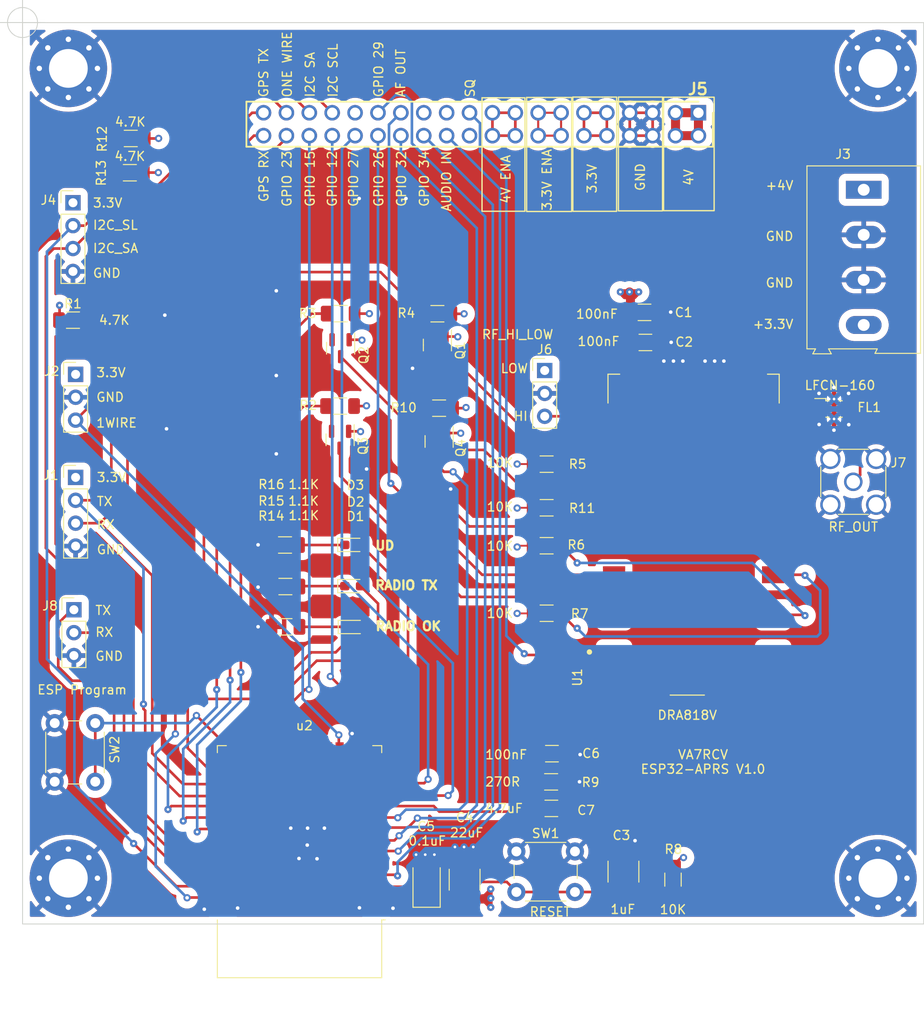
<source format=kicad_pcb>
(kicad_pcb (version 20211014) (generator pcbnew)
  (title_block (title "ESP32 Aprs Tracker") (rev "v1.0.0") (company "Identitylabs.mx"))
  (layers (0 "F.Cu" signal "signals") (1 "In1.Cu" power "gnd") (2 "In2.Cu" power "power") (31 "B.Cu" jumper "jumper") (34 "B.Paste" user) (35 "F.Paste" user) (36 "B.SilkS" user "B.Silkscreen") (37 "F.SilkS" user "F.Silkscreen") (38 "B.Mask" user) (39 "F.Mask" user) (44 "Edge.Cuts" user))
  (net 0 "")
  (net 1 "ESP_ENA")
  (net 2 "AUDIO_IN")
  (net 4 "PTT_LOW")
  (net 5 "FSK_OUT")
  (net 6 "GPIO27")
  (net 7 "ONE_WIRE")
  (net 12 "ESP_PROG")
  (net 14 "GPS_TX")
  (net 15 "GPS_RX")
  (net 16 "RADIO_TX_LOW")
  (net 18 "GND")
  (net 19 "ESP_RX")
  (net 20 "ESP_TX")
  (net 21 "RADIO_ENA_LOW")
  (net 22 "+4V")
  (net 23 "4V_E")
  (net 24 "RADIO_TX_HIGH")
  (net 25 "PTT_HIGH")
  (net 26 "RADIO_ENA_HIGH")
  (net 27 "RADIO_RX_LOW")
  (net 28 "RADIO_RX_HIGH")
  (net 29 "/RF_OUT")
  (net 30 "AF_OUT")
  (net 31 "SQ")
  (net 32 "MIC_IN")
  (net 33 "GPIO34")
  (net 34 "GPIO032")
  (net 35 "GPIO014")
  (net 36 "GPIO012")
  (net 38 "GPIO015")
  (net 39 "GPIO02")
  (net 40 "GPIO04")
  (net 41 "GPIO26")
  (net 42 "/RF_OUT_NO_FILTER")
  (net 43 "GPIO35")
  (net 44 "+3V3_E")
  (net 45 "/RF_HI_ENA")
  (net 47 "+3V3")
  (net 48 "I2C_SA")
  (net 49 "I2C_SCL")
  (net 50 "GPIO23")
  (net 52 "Net-(D1-Pad1)")
  (net 53 "Net-(D2-Pad1)")
  (net 54 "Net-(D3-Pad1)")
  (footprint "Button_Switch_THT:SW_PUSH_6mm_H5mm" (layer "F.Cu") (at 23.565 104.215 90)
    (fp_text reference "SW2")
    (fp_text value "ESP Program")
  )
  (footprint "Capacitor_SMD:C_1206_3216Metric_Pad1.33x1.80mm_HandSolder" (layer "F.Cu") (at 89.1175 55.485)
    (fp_text reference "C2")
    (fp_text value "100nF")
  )
  (footprint "Package_TO_SOT_SMD:SOT-23" (layer "F.Cu") (at 55.295 56.124 -90)
    (fp_text reference "Q2")
    (fp_text value "BSS138" hide)
  )
  (footprint "Resistor_SMD:R_1206_3216Metric_Pad1.30x1.75mm_HandSolder" (layer "F.Cu") (at 32.005 32.855 180)
    (fp_text reference "R12")
    (fp_text value "4.7K")
  )
  (footprint "M20-6102045:RHDR40W66P254_2X20_5146X500X1105P" (layer "F.Cu") (at 95 30 180)
    (fp_text reference "J5")
    (fp_text value "M20-6102045" hide)
  )
  (footprint "Resistor_SMD:R_1206_3216Metric_Pad1.30x1.75mm_HandSolder" (layer "F.Cu") (at 55.235 62.541024 180)
    (fp_text reference "R2")
    (fp_text value "10k")
  )
  (footprint "Capacitor_SMD:C_1812_4532Metric_Pad1.57x3.40mm_HandSolder" (layer "F.Cu") (at 86.679587 114.193213 90)
    (fp_text reference "C3")
    (fp_text value "1uF")
  )
  (footprint "LED_SMD:LED_0603_1608Metric_Pad1.05x0.95mm_HandSolder" (layer "F.Cu") (at 56.685 87.055)
    (fp_text reference "D1")
    (fp_text value "RED_RADIO_OK")
  )
  (footprint "Connector_Coaxial:SMA_Amphenol_132291_Vertical" (layer "F.Cu") (at 112.18637 70.945645)
    (fp_text reference "J7")
    (fp_text value "RF_OUT")
  )
  (footprint "Resistor_SMD:R_1206_3216Metric_Pad1.30x1.75mm_HandSolder" (layer "F.Cu") (at 49.175 87.035 180)
    (fp_text reference "R14")
    (fp_text value "1.1K")
  )
  (footprint "Capacitor_SMD:C_1812_4532Metric_Pad1.57x3.40mm_HandSolder" (layer "F.Cu") (at 69.055 115.0875 90)
    (fp_text reference "C4")
    (fp_text value "0.1uF")
  )
  (footprint "Resistor_SMD:R_1206_3216Metric_Pad1.30x1.75mm_HandSolder" (layer "F.Cu") (at 66.035 52.2975 180)
    (fp_text reference "R4")
    (fp_text value "10k")
  )
  (footprint "Package_TO_SOT_SMD:SOT-23" (layer "F.Cu") (at 66.225 66.47 -90)
    (fp_text reference "Q4")
    (fp_text value "BSS138" hide)
  )
  (footprint "LED_SMD:LED_0603_1608Metric_Pad1.05x0.95mm_HandSolder" (layer "F.Cu") (at 56.635 82.515)
    (fp_text reference "D2")
    (fp_text value "RED_TX_PROGRESS")
  )
  (footprint "Capacitor_SMD:C_1206_3216Metric_Pad1.33x1.80mm_HandSolder" (layer "F.Cu") (at 89.0175 52.145)
    (fp_text reference "C1")
    (fp_text value "100nF")
  )
  (footprint "TerminalBlock:TerminalBlock_Altech_AK300-4_P5.00mm" (layer "F.Cu") (at 113.345 38.545 -90)
    (fp_text reference "J3")
    (fp_text value "PSU_CONN")
  )
  (footprint "Resistor_SMD:R_1206_3216Metric_Pad1.30x1.75mm_HandSolder" (layer "F.Cu") (at 78.155 85.525)
    (fp_text reference "R7")
    (fp_text value "10k")
  )
  (footprint "LED_SMD:LED_0603_1608Metric_Pad1.05x0.95mm_HandSolder" (layer "F.Cu") (at 56.635 77.945)
    (fp_text reference "D3")
    (fp_text value "GREN_USER_DEFINED")
  )
  (footprint "Resistor_SMD:R_1206_3216Metric_Pad1.30x1.75mm_HandSolder" (layer "F.Cu") (at 49.165 82.565 180)
    (fp_text reference "R15")
    (fp_text value "1.1K")
  )
  (footprint "Connector_PinHeader_2.54mm:PinHeader_1x03_P2.54mm_Vertical" (layer "F.Cu") (at 25.695 85.14)
    (fp_text reference "J8")
    (fp_text value "ESP PROGRAM" hide)
  )
  (footprint "Connector_PinHeader_2.54mm:PinHeader_1x03_P2.54mm_Vertical" (layer "F.Cu") (at 77.940218 58.596018)
    (fp_text reference "J6")
    (fp_text value "RF_HI_LOW")
  )
  (footprint "Package_TO_SOT_SMD:SOT-23" (layer "F.Cu") (at 66.035 55.7675 -90)
    (fp_text reference "Q1")
    (fp_text value "BSS138" hide)
  )
  (footprint "MountingHole:MountingHole_4.3mm_M4_Pad_Via" (layer "F.Cu") (at 114.92 114.92)
    (fp_text reference "H4" hide)
    (fp_text value "MH" hide)
  )
  (footprint "DRA818:DORJI_DRA818V" (layer "F.Cu") (at 94.465 76.805 90)
    (fp_text reference "U1")
    (fp_text value "DRA818V")
  )
  (footprint "Filter:Filter_Mini-Circuits_FV1206" (layer "F.Cu") (at 110.051659 62.866266)
    (fp_text reference "FL1")
    (fp_text value "LFCN-160")
  )
  (footprint "Package_TO_SOT_SMD:SOT-23" (layer "F.Cu") (at 55.235 66.281024 -90)
    (fp_text reference "Q3")
    (fp_text value "BSS138" hide)
  )
  (footprint "Resistor_SMD:R_1206_3216Metric_Pad1.30x1.75mm_HandSolder" (layer "F.Cu") (at 66.225 62.775 180)
    (fp_text reference "R10")
    (fp_text value "10k")
  )
  (footprint "MountingHole:MountingHole_4.3mm_M4_Pad_Via" (layer "F.Cu") (at 25.08 114.92)
    (fp_text reference "H3" hide)
    (fp_text value "MH" hide)
  )
  (footprint "Resistor_SMD:R_1206_3216Metric_Pad1.30x1.75mm_HandSolder" (layer "F.Cu") (at 78.155 73.825)
    (fp_text reference "R11")
    (fp_text value "10k")
  )
  (footprint "Capacitor_Tantalum_SMD:CP_EIA-3528-21_Kemet-B_Pad1.50x2.35mm_HandSolder" (layer "F.Cu") (at 64.835 115.51 90)
    (fp_text reference "C5")
    (fp_text value "22uF")
  )
  (footprint "RF_Module:ESP32-WROOM-32" (layer "F.Cu") (at 50.735 110.095 180)
    (fp_text reference "u2")
    (fp_text value "ESP32-WROOM-32D")
  )
  (footprint "Resistor_SMD:R_1206_3216Metric_Pad1.30x1.75mm_HandSolder" (layer "F.Cu") (at 78.655 104.235 180)
    (fp_text reference "R9")
    (fp_text value "270R")
  )
  (footprint "Connector_PinHeader_2.54mm:PinHeader_1x03_P2.54mm_Vertical" (layer "F.Cu") (at 25.885 59.025)
    (fp_text reference "J2")
    (fp_text value "EXT_1WIRE")
  )
  (footprint "Connector_PinHeader_2.54mm:PinHeader_1x04_P2.54mm_Vertical" (layer "F.Cu") (at 25.59286 39.985)
    (fp_text reference "J4")
    (fp_text value "I2C")
  )
  (footprint "Capacitor_SMD:C_1206_3216Metric_Pad1.33x1.80mm_HandSolder" (layer "F.Cu") (at 78.745 101.105 180)
    (fp_text reference "C6")
    (fp_text value "100nF")
  )
  (footprint "Resistor_SMD:R_1206_3216Metric_Pad1.30x1.75mm_HandSolder" (layer "F.Cu") (at 49.125 77.955 180)
    (fp_text reference "R16")
    (fp_text value "1.1K")
  )
  (footprint "Resistor_SMD:R_1206_3216Metric_Pad1.30x1.75mm_HandSolder" (layer "F.Cu") (at 25.59286 53.006828)
    (fp_text reference "R1")
    (fp_text value "4.7k")
  )
  (footprint "Resistor_SMD:R_1206_3216Metric_Pad1.30x1.75mm_HandSolder" (layer "F.Cu") (at 92.179187 115.079917 -90)
    (fp_text reference "R8")
    (fp_text value "10K")
  )
  (footprint "Resistor_SMD:R_1206_3216Metric_Pad1.30x1.75mm_HandSolder" (layer "F.Cu") (at 78.155 68.985)
    (fp_text reference "R5")
    (fp_text value "10k")
  )
  (footprint "MountingHole:MountingHole_4.3mm_M4_Pad_Via" (layer "F.Cu") (at 25.08 25.08)
    (fp_text reference "H2" hide)
    (fp_text value "MH" hide)
  )
  (footprint "MountingHole:MountingHole_4.3mm_M4_Pad_Via" (layer "F.Cu") (at 114.92 25.08)
    (fp_text reference "H1" hide)
    (fp_text value "MH" hide)
  )
  (footprint "Resistor_SMD:R_1206_3216Metric_Pad1.30x1.75mm_HandSolder" (layer "F.Cu") (at 31.905 36.655 180)
    (fp_text reference "R13")
    (fp_text value "4.7K")
  )
  (footprint "Capacitor_SMD:C_1206_3216Metric_Pad1.33x1.80mm_HandSolder" (layer "F.Cu") (at 78.68055 107.175205 180)
    (fp_text reference "C7")
    (fp_text value "4.7uF")
  )
  (footprint "Resistor_SMD:R_1206_3216Metric_Pad1.30x1.75mm_HandSolder" (layer "F.Cu") (at 55.295 52.285 180)
    (fp_text reference "R3")
    (fp_text value "10k")
  )
  (footprint "Resistor_SMD:R_1206_3216Metric_Pad1.30x1.75mm_HandSolder" (layer "F.Cu") (at 78.155 78.035)
    (fp_text reference "R6")
    (fp_text value "10k")
  )
  (footprint "Connector_PinHeader_2.54mm:PinHeader_1x04_P2.54mm_Vertical" (layer "F.Cu") (at 25.885 70.455)
    (fp_text reference "J1")
    (fp_text value "GPS_CONNECTOR")
  )
  (footprint "Button_Switch_THT:SW_PUSH_6mm_H5mm" (layer "F.Cu") (at 74.799009 111.952171)
    (fp_text reference "SW1")
    (fp_text value "RESET")
  )
  (gr_rect (start 70.985 28.34) (end 75.745 40.93) (layer "F.SilkS") (width 0.15) (fill none))
  (gr_rect (start 75.935 28.305) (end 80.935 40.955) (layer "F.SilkS") (width 0.15) (fill none))
  (gr_rect (start 86.125 28.26) (end 91.015 40.885) (layer "F.SilkS") (width 0.15) (fill none))
  (gr_rect (start 81.065 28.26) (end 85.925 40.935) (layer "F.SilkS") (width 0.15) (fill none))
  (gr_rect (start 91.135 28.275) (end 96.745 40.865) (layer "F.SilkS") (width 0.15) (fill none))
  (gr_rect locked (start 20 20) (end 120 120) (layer "Edge.Cuts") (width 0.1) (fill none))
  (gr_text "GPIO 34" (at 64.575 37.325 90) (layer "F.SilkS") (effects (font (size 1 1))))
  (gr_text "GPIO 29" (at 59.515 25.176428 90) (layer "F.SilkS") (effects (font (size 1 1))))
  (gr_text "ONE WIRE" (at 49.365 24.628809 90) (layer "F.SilkS") (effects (font (size 1 1))))
  (gr_text "3.3V ENA" (at 78.195 37.445 90) (layer "F.SilkS") (effects (font (size 1 1))))
  (gr_text "GPIO 12" (at 54.365 37.325 90) (layer "F.SilkS") (effects (font (size 1 1))))
  (gr_text "GND" (at 29.773379 78.468963) (layer "F.SilkS") (effects (font (size 1 1))))
  (gr_text "RX" (at 29.22576 75.682319) (layer "F.SilkS") (effects (font (size 1 1))))
  (gr_text "RX" (at 29.067381 87.629656) (layer "F.SilkS") (effects (font (size 1 1))))
  (gr_text "100nF" (at 83.735 52.335) (layer "F.SilkS") (effects (font (size 1 1))))
  (gr_text "VA7RCV\nESP32-APRS V1.0\n" (at 95.515 102.015) (layer "F.SilkS") (effects (font (size 1 1))))
  (gr_text "GND" (at 104.005 43.705) (layer "F.SilkS") (effects (font (size 1 1))))
  (gr_text "4V ENA" (at 73.625 37.375 90) (layer "F.SilkS") (effects (font (size 1 1))))
  (gr_text "AF OUT" (at 61.955 25.605 90) (layer "F.SilkS") (effects (font (size 1 1))))
  (gr_text "TX" (at 29.106713 73.119887) (layer "F.SilkS") (effects (font (size 1 1))))
  (gr_text "4V" (at 93.925 37.175 90) (layer "F.SilkS") (effects (font (size 1 1))))
  (gr_text "I2C_SL" (at 30.30119 42.465) (layer "F.SilkS") (effects (font (size 1 1))))
  (gr_text "UD" (at 60.205 78.025) (layer "F.SilkS") (effects (font (size 1 1) (thickness 0.25))))
  (gr_text "100nF" (at 73.665953 101.215) (layer "F.SilkS") (effects (font (size 1 1))))
  (gr_text "GPIO 15" (at 51.905 37.325 90) (layer "F.SilkS") (effects (font (size 1 1))))
  (gr_text "4.7K" (at 30.175 53.015) (layer "F.SilkS") (effects (font (size 1 1))))
  (gr_text "GND" (at 29.615 90.285) (layer "F.SilkS") (effects (font (size 1 1))))
  (gr_text "+3.3V" (at 103.290715 53.465) (layer "F.SilkS") (effects (font (size 1 1))))
  (gr_text "RADIO OK" (at 62.805 86.965) (layer "F.SilkS") (effects (font (size 1 1) (thickness 0.25))))
  (gr_text "AUDIO IN" (at 67.045 37.586905 90) (layer "F.SilkS") (effects (font (size 1 1))))
  (gr_text "10K" (at 72.975 78.075) (layer "F.SilkS") (effects (font (size 1 1))))
  (gr_text "3.3V" (at 83.195 37.315 90) (layer "F.SilkS") (effects (font (size 1 1))))
  (gr_text "10K" (at 72.975 68.835) (layer "F.SilkS") (effects (font (size 1 1))))
  (gr_text "GND" (at 29.348809 47.795) (layer "F.SilkS") (effects (font (size 1 1))))
  (gr_text "LOW" (at 74.575 58.375) (layer "F.SilkS") (effects (font (size 1 1))))
  (gr_text "3.3V" (at 29.444047 40.005) (layer "F.SilkS") (effects (font (size 1 1))))
  (gr_text "10K" (at 72.975 73.725) (layer "F.SilkS") (effects (font (size 1 1))))
  (gr_text "3.3V" (at 29.812669 58.8312) (layer "F.SilkS") (effects (font (size 1 1))))
  (gr_text "1WIRE" (at 30.431717 64.409827) (layer "F.SilkS") (effects (font (size 1 1))))
  (gr_text "SQ" (at 69.665 27.271666 90) (layer "F.SilkS") (effects (font (size 1 1))))
  (gr_text "I2C SCL" (at 54.445 25.295476 90) (layer "F.SilkS") (effects (font (size 1 1))))
  (gr_text "10K" (at 72.975 85.535) (layer "F.SilkS") (effects (font (size 1 1))))
  (gr_text "GND" (at 104.005 48.875) (layer "F.SilkS") (effects (font (size 1 1))))
  (gr_text "RADIO TX" (at 62.595 82.425) (layer "F.SilkS") (effects (font (size 1 1) (thickness 0.25))))
  (gr_text "I2C_SA" (at 30.325 45.035) (layer "F.SilkS") (effects (font (size 1 1))))
  (gr_text "HI" (at 75.285 63.665) (layer "F.SilkS") (effects (font (size 1 1))))
  (gr_text "GPIO 27" (at 56.725 37.325 90) (layer "F.SilkS") (effects (font (size 1 1))))
  (gr_text "GPIO 26" (at 59.525 37.325 90) (layer "F.SilkS") (effects (font (size 1 1))))
  (gr_text "GPIO 32" (at 62.045 37.325 90) (layer "F.SilkS") (effects (font (size 1 1))))
  (gr_text "3.3V" (at 29.868617 70.455) (layer "F.SilkS") (effects (font (size 1 1))))
  (gr_text "+4V" (at 104.005 38.075) (layer "F.SilkS") (effects (font (size 1 1))))
  (gr_text "TX" (at 28.948334 85.205) (layer "F.SilkS") (effects (font (size 1 1))))
  (gr_text "I2C SA" (at 51.905 25.771666 90) (layer "F.SilkS") (effects (font (size 1 1))))
  (gr_text "GND" (at 29.717431 61.553784) (layer "F.SilkS") (effects (font (size 1 1))))
  (gr_text "GND" (at 88.545 37.135 90) (layer "F.SilkS") (effects (font (size 1 1))))
  (gr_text "GPS TX" (at 46.755 25.557381 90) (layer "F.SilkS") (effects (font (size 1 1))))
  (gr_text "DRA818V" (at 93.765 96.835) (layer "F.SilkS") (effects (font (size 1 1))))
  (gr_text "GPIO 23" (at 49.335 37.325 90) (layer "F.SilkS") (effects (font (size 1 1))))
  (gr_text "GPS RX" (at 46.775 37.063096 90) (layer "F.SilkS") (effects (font (size 1 1))))
  (target plus (at 19.993992 19.99133) (size 5) (width 0.1) (layer "Edge.Cuts"))
  (segment (start 74.267838 115.921) (end 74.799009 116.452171) (width 0.2921) (layer "F.Cu") (net 1))
  (segment (start 62.73 115.87) (end 63.265 115.335) (width 0.2921) (layer "F.Cu") (net 1))
  (segment (start 73.732838 115.335) (end 74.267838 115.87) (width 0.2921) (layer "F.Cu") (net 1))
  (segment (start 86.558129 116.452171) (end 86.679587 116.330713) (width 0.2921) (layer "F.Cu") (net 1))
  (segment (start 74.799009 116.452171) (end 81.299009 116.452171) (width 0.2921) (layer "F.Cu") (net 1))
  (segment (start 86.679587 116.330713) (end 91.879983 116.330713) (width 0.2921) (layer "F.Cu") (net 1))
  (segment (start 91.879983 116.330713) (end 92.179187 116.629917) (width 0.2921) (layer "F.Cu") (net 1))
  (segment (start 81.299009 116.452171) (end 86.558129 116.452171) (width 0.2921) (layer "F.Cu") (net 1))
  (segment (start 59.530347 115.87) (end 62.73 115.87) (width 0.2921) (layer "F.Cu") (net 1))
  (segment (start 63.265 115.335) (end 73.732838 115.335) (width 0.2921) (layer "F.Cu") (net 1))
  (segment (start 61.5 114.54) (end 61.615 114.655) (width 0.2921) (layer "F.Cu") (net 2))
  (segment (start 59.235 114.54) (end 61.5 114.54) (width 0.2921) (layer "F.Cu") (net 2))
  (via (at 61.615 114.655) (size 0.8) (drill 0.3) (layers "F.Cu" "B.Cu") (net 2))
  (segment (start 64.255 110.495) (end 61.615 113.135) (width 0.2921) (layer "B.Cu") (net 2))
  (segment (start 61.615 113.135) (end 61.615 114.655) (width 0.2921) (layer "B.Cu") (net 2))
  (segment (start 72.975 107.045) (end 69.525 110.495) (width 0.2921) (layer "B.Cu") (net 2))
  (segment (start 67.06 32.54) (end 72.975 38.455) (width 0.2921) (layer "B.Cu") (net 2))
  (segment (start 69.525 110.495) (end 64.255 110.495) (width 0.2921) (layer "B.Cu") (net 2))
  (segment (start 72.975 38.455) (end 72.975 107.045) (width 0.2921) (layer "B.Cu") (net 2))
  (segment (start 61.61 108.19) (end 59.235 108.19) (width 0.2921) (layer "F.Cu") (net 4))
  (segment (start 65.275 65.5325) (end 65.275 68.345) (width 0.2921) (layer "F.Cu") (net 4))
  (segment (start 65.275 65.5325) (end 65.275 63.375) (width 0.2921) (layer "F.Cu") (net 4))
  (segment (start 66.765 69.835) (end 67.775 69.835) (width 0.2921) (layer "F.Cu") (net 4))
  (segment (start 61.635 108.215) (end 61.61 108.19) (width 0.2921) (layer "F.Cu") (net 4))
  (segment (start 65.275 63.375) (end 64.675 62.775) (width 0.2921) (layer "F.Cu") (net 4))
  (segment (start 65.275 68.345) (end 66.765 69.835) (width 0.2921) (layer "F.Cu") (net 4))
  (via (at 61.635 108.215) (size 0.8) (drill 0.4) (layers "F.Cu" "B.Cu") (net 4))
  (via (at 67.775 69.835) (size 0.8) (drill 0.4) (layers "F.Cu" "B.Cu") (net 4))
  (segment (start 61.635 108.215) (end 62.535 107.315) (width 0.2921) (layer "B.Cu") (net 4))
  (segment (start 62.535 107.315) (end 68.485 107.315) (width 0.2921) (layer "B.Cu") (net 4))
  (segment (start 68.485 107.315) (end 69.335 106.465) (width 0.2921) (layer "B.Cu") (net 4))
  (segment (start 69.335 106.465) (end 69.335 71.395) (width 0.2921) (layer "B.Cu") (net 4))
  (segment (start 69.335 71.395) (end 67.775 69.835) (width 0.2921) (layer "B.Cu") (net 4))
  (segment (start 77.105 101.1825) (end 77.1825 101.105) (width 0.2921) (layer "F.Cu") (net 5))
  (segment (start 77.11805 104.24805) (end 77.105 104.235) (width 0.2921) (layer "F.Cu") (net 5))
  (segment (start 77.11805 107.175205) (end 77.11805 104.24805) (width 0.2921) (layer "F.Cu") (net 5))
  (segment (start 77.105 104.235) (end 77.105 101.1825) (width 0.2921) (layer "F.Cu") (net 5))
  (segment (start 66.245 107.535) (end 76.758255 107.535) (width 0.2921) (layer "F.Cu") (net 5))
  (segment (start 65.63 106.92) (end 66.245 107.535) (width 0.2921) (layer "F.Cu") (net 5))
  (segment (start 59.235 106.92) (end 65.63 106.92) (width 0.2921) (layer "F.Cu") (net 5))
  (segment (start 59.235 104.38) (end 64.57 104.38) (width 0.2921) (layer "F.Cu") (net 6))
  (segment (start 64.57 104.38) (end 65.005 103.945) (width 0.2921) (layer "F.Cu") (net 6))
  (via (at 65.005 103.945) (size 0.8) (drill 0.4) (layers "F.Cu" "B.Cu") (net 6))
  (segment (start 55.435 81.635) (end 65.005 91.205) (width 0.2921) (layer "B.Cu") (net 6))
  (segment (start 65.005 91.205) (end 65.005 103.945) (width 0.2921) (layer "B.Cu") (net 6))
  (segment (start 56.9 32.54) (end 55.435 34.005) (width 0.2921) (layer "B.Cu") (net 6))
  (segment (start 55.435 34.005) (end 55.435 81.635) (width 0.2921) (layer "B.Cu") (net 6))
  (segment (start 44.985 28.075) (end 47.355 28.075) (width 0.2921) (layer "F.Cu") (net 7))
  (segment (start 28.235 61.755) (end 25.885 64.105) (width 0.2921) (layer "F.Cu") (net 7))
  (segment (start 47.355 28.075) (end 49.28 30) (width 0.2921) (layer "F.Cu") (net 7))
  (segment (start 27.14286 45.91714) (end 44.985 28.075) (width 0.2921) (layer "F.Cu") (net 7))
  (segment (start 27.14286 53.006828) (end 27.14286 45.91714) (width 0.2921) (layer "F.Cu") (net 7))
  (segment (start 28.235 54.098968) (end 28.235 61.755) (width 0.2921) (layer "F.Cu") (net 7))
  (segment (start 55.095275 99.024725) (end 55.095275 101.331072) (width 0.2921) (layer "F.Cu") (net 7))
  (segment (start 27.14286 53.006828) (end 28.235 54.098968) (width 0.2921) (layer "F.Cu") (net 7))
  (via (at 55.095275 99.024725) (size 0.8) (drill 0.4) (layers "F.Cu" "B.Cu") (net 7))
  (segment (start 25.885 64.105) (end 51.089449 89.309449) (width 0.2921) (layer "B.Cu") (net 7))
  (segment (start 51.089449 95.018899) (end 55.095275 99.024725) (width 0.2921) (layer "B.Cu") (net 7))
  (segment (start 51.089449 89.309449) (end 51.089449 95.018899) (width 0.2921) (layer "B.Cu") (net 7))
  (segment (start 42.235 99.815) (end 39.295 96.875) (width 0.2921) (layer "F.Cu") (net 12))
  (segment (start 28.065 97.715) (end 28.065 104.215) (width 0.2921) (layer "F.Cu") (net 12))
  (segment (start 42.235 101.84) (end 42.235 99.815) (width 0.2921) (layer "F.Cu") (net 12))
  (via (at 39.295 96.875) (size 0.8) (drill 0.4) (layers "F.Cu" "B.Cu") (net 12))
  (segment (start 28.065 97.715) (end 38.455 97.715) (width 0.2921) (layer "B.Cu") (net 12))
  (segment (start 38.455 97.715) (end 39.295 96.875) (width 0.2921) (layer "B.Cu") (net 12))
  (segment (start 45.47 30) (end 46.74 30) (width 0.2921) (layer "F.Cu") (net 14))
  (segment (start 29.8474 45.6226) (end 45.47 30) (width 0.2921) (layer "F.Cu") (net 14))
  (segment (start 33.415 95.605) (end 33.415 96.135) (width 0.2921) (layer "F.Cu") (net 14))
  (segment (start 37.425 105.805) (end 41.814203 105.805) (width 0.2921) (layer "F.Cu") (net 14))
  (segment (start 25.885 72.995) (end 28.2472 72.995) (width 0.2921) (layer "F.Cu") (net 14))
  (segment (start 33.415 96.135) (end 33.605 96.325) (width 0.2921) (layer "F.Cu") (net 14))
  (segment (start 29.8474 71.3948) (end 29.8474 45.6226) (width 0.2921) (layer "F.Cu") (net 14))
  (segment (start 28.2472 72.995) (end 29.8474 71.3948) (width 0.2921) (layer "F.Cu") (net 14))
  (segment (start 33.605 96.325) (end 33.605 101.985) (width 0.2921) (layer "F.Cu") (net 14))
  (segment (start 33.605 101.985) (end 37.425 105.805) (width 0.2921) (layer "F.Cu") (net 14))
  (via (at 33.415 95.605) (size 0.8) (drill 0.3) (layers "F.Cu" "B.Cu") (net 14))
  (segment (start 33.415 80.525) (end 33.415 95.605) (width 0.2921) (layer "B.Cu") (net 14))
  (segment (start 25.885 72.995) (end 33.415 80.525) (width 0.2921) (layer "B.Cu") (net 14))
  (segment (start 28.5774 75.535) (end 31.645 72.4674) (width 0.2921) (layer "F.Cu") (net 15))
  (segment (start 45.67 32.54) (end 46.74 32.54) (width 0.2921) (layer "F.Cu") (net 15))
  (segment (start 41.764203 104.485) (end 39.117144 104.485) (width 0.2921) (layer "F.Cu") (net 15))
  (segment (start 31.645 71.655) (end 31.645 46.565) (width 0.2921) (layer "F.Cu") (net 15))
  (segment (start 31.645 72.4078) (end 31.645 71.655) (width 0.2921) (layer "F.Cu") (net 15))
  (segment (start 25.885 75.535) (end 28.5774 75.535) (width 0.2921) (layer "F.Cu") (net 15))
  (segment (start 34.394 81.3516) (end 34.394 101.074) (width 0.2921) (layer "F.Cu") (net 15))
  (segment (start 28.5774 75.535) (end 34.394 81.3516) (width 0.2921) (layer "F.Cu") (net 15))
  (segment (start 34.394 101.074) (end 37.795 104.475) (width 0.2921) (layer "F.Cu") (net 15))
  (segment (start 37.795 104.475) (end 39.065 104.475) (width 0.2921) (layer "F.Cu") (net 15))
  (segment (start 31.645 46.565) (end 45.67 32.54) (width 0.2921) (layer "F.Cu") (net 15))
  (segment (start 31.645 72.4674) (end 31.645 71.655) (width 0.2921) (layer "F.Cu") (net 15))
  (segment (start 54.345 55.1865) (end 54.345 52.885) (width 0.2921) (layer "F.Cu") (net 16))
  (segment (start 38.21 108.19) (end 37.825 108.575) (width 0.2921) (layer "F.Cu") (net 16))
  (segment (start 43.025 61.335) (end 43.025 92.945) (width 0.2921) (layer "F.Cu") (net 16))
  (segment (start 54.345 52.885) (end 53.745 52.285) (width 0.2921) (layer "F.Cu") (net 16))
  (segment (start 53.745 52.285) (end 52.075 52.285) (width 0.2921) (layer "F.Cu") (net 16))
  (segment (start 42.235 108.19) (end 38.21 108.19) (width 0.2921) (layer "F.Cu") (net 16))
  (segment (start 52.075 52.285) (end 43.025 61.335) (width 0.2921) (layer "F.Cu") (net 16))
  (via (at 37.825 108.575) (size 0.8) (drill 0.3) (layers "F.Cu" "B.Cu") (net 16))
  (via (at 43.025 92.945) (size 0.8) (drill 0.3) (layers "F.Cu" "B.Cu") (net 16))
  (segment (start 43.025 92.945) (end 43.025 95.395) (width 0.2921) (layer "B.Cu") (net 16))
  (segment (start 37.825 100.595) (end 37.825 108.575) (width 0.2921) (layer "B.Cu") (net 16))
  (segment (start 43.025 95.395) (end 37.825 100.595) (width 0.2921) (layer "B.Cu") (net 16))
  (segment (start 53.4948 109.496547) (end 51.650275 111.341072) (width 0.2921) (layer "F.Cu") (net 18))
  (segment (start 51.412 109.3932) (end 51.412 111.102797) (width 0.2921) (layer "F.Cu") (net 18))
  (segment (start 51.412 111.102797) (end 51.650275 111.341072) (width 0.2921) (layer "F.Cu") (net 18))
  (segment (start 51.650275 111.307875) (end 49.761 109.4186) (width 0.2921) (layer "F.Cu") (net 18))
  (segment (start 42.22 118.365) (end 42.235 118.35) (width 0.6) (layer "F.Cu") (net 18))
  (segment (start 96.925 59.52) (end 96.765 59.68) (width 0.2921) (layer "F.Cu") (net 18))
  (segment (start 56.565 98.875) (end 56.565 101.131347) (width 0.2921) (layer "F.Cu") (net 18))
  (segment (start 40.165 118.365) (end 42.22 118.365) (width 0.6) (layer "F.Cu") (net 18))
  (segment (start 90.68 55.87) (end 90.745 55.805) (width 1) (layer "F.Cu") (net 18))
  (segment (start 59.092 118.207) (end 59.235 118.35) (width 0.6) (layer "F.Cu") (net 18))
  (segment (start 90.68 55.485) (end 90.68 55.87) (width 0.2921) (layer "F.Cu") (net 18))
  (segment (start 87.38 30) (end 89.92 30) (width 0.2921) (layer "F.Cu") (net 18))
  (segment (start 87.965 110.7703) (end 86.679587 112.055713) (width 0.2921) (layer "F.Cu") (net 18))
  (segment (start 51.650275 111.341072) (end 51.650275 111.740275) (width 0.2921) (layer "F.Cu") (net 18))
  (segment (start 87.965 110.755) (end 87.965 110.7703) (width 0.2921) (layer "F.Cu") (net 18))
  (segment (start 51.650275 111.341072) (end 51.650275 111.307875) (width 0.2921) (layer "F.Cu") (net 18))
  (segment (start 61.105 118.255) (end 59.33 118.255) (width 0.6) (layer "F.Cu") (net 18))
  (segment (start 92.435 59.41) (end 92.165 59.68) (width 0.2921) (layer "F.Cu") (net 18))
  (segment (start 90.68 55.485) (end 90.68 55.17) (width 0.2921) (layer "F.Cu") (net 18))
  (segment (start 57.381 118.207) (end 59.092 118.207) (width 0.6) (layer "F.Cu") (net 18))
  (segment (start 89.92 32.54) (end 87.38 32.54) (width 0.2921) (layer "F.Cu") (net 18))
  (segment (start 43.865 118.235) (end 42.35 118.235) (width 0.6) (layer "F.Cu") (net 18))
  (segment (start 51.650275 111.740275) (end 52.675 112.765) (width 0.2921) (layer "F.Cu") (net 18))
  (segment (start 51.650275 111.759725) (end 50.675 112.735) (width 0.2921) (layer "F.Cu") (net 18))
  (segment (start 51.650275 111.341072) (end 51.650275 111.759725) (width 0.2921) (layer "F.Cu") (net 18))
  (segment (start 42.35 118.235) (end 42.235 118.35) (width 0.6) (layer "F.Cu") (net 18))
  (segment (start 87.38 32.54) (end 87.38 30) (width 0.2921) (layer "F.Cu") (net 18))
  (segment (start 59.33 118.255) (end 59.235 118.35) (width 0.6) (layer "F.Cu") (net 18))
  (segment (start 90.58 52.145) (end 91.045 52.145) (width 0.2921) (layer "F.Cu") (net 18))
  (segment (start 89.92 30) (end 89.92 32.54) (width 0.2921) (layer "F.Cu") (net 18))
  (via (at 46.135 82.625) (size 0.8) (drill 0.4) (layers "F.Cu" "B.Cu") (net 18))
  (via (at 50.675 112.735) (size 0.8) (drill 0.4) (layers "F.Cu" "B.Cu") (net 18))
  (via (at 111.685 64.605) (size 0.8) (drill 0.4) (layers "F.Cu" "B.Cu") (net 18))
  (via (at 97.825 57.55) (size 0.8) (drill 0.4) (layers "F.Cu" "B.Cu") (net 18))
  (via (at 48.155 67.845) (size 0.8) (drill 0.4) (layers "F.Cu" "B.Cu") (net 18))
  (via (at 64.683 112.309) (size 0.8) (drill 0.3) (layers "F.Cu" "B.Cu") (net 18))
  (via (at 93.275 57.55) (size 0.8) (drill 0.4) (layers "F.Cu" "B.Cu") (net 18))
  (via (at 67.979 111.455) (size 0.8) (drill 0.3) (layers "F.Cu" "B.Cu") (net 18))
  (via (at 110.04 65.215) (size 0.8) (drill 0.4) (layers "F.Cu" "B.Cu") (net 18))
  (via (at 53.4948 109.3678) (size 0.8) (drill 0.4) (layers "F.Cu" "B.Cu") (net 18))
  (via (at 68.995 111.455) (size 0.8) (drill 0.3) (layers "F.Cu" "B.Cu") (net 18))
  (via (at 91.925 52.1162) (size 0.8) (drill 0.4) (layers "F.Cu" "B.Cu") (net 18))
  (via (at 40.165 118.365) (size 0.8) (drill 0.4) (layers "F.Cu" "B.Cu") (net 18))
  (via (at 96.8018 57.55) (size 0.8) (drill 0.4) (layers "F.Cu" "B.Cu") (net 18))
  (via (at 61.105 118.255) (size 0.8) (drill 0.4) (layers "F.Cu" "B.Cu") (net 18))
  (via (at 51.5898 111.2474) (size 0.8) (drill 0.4) (layers "F.Cu" "B.Cu") (net 18))
  (via (at 65.699 112.309) (size 0.8) (drill 0.3) (layers "F.Cu" "B.Cu") (net 18))
  (via (at 51.6279 109.3678) (size 0.8) (drill 0.4) (layers "F.Cu" "B.Cu") (net 18))
  (via (at 91.163 57.55) (size 0.8) (drill 0.4) (layers "F.Cu" "B.Cu") (net 18))
  (via (at 63.275 58.355) (size 0.8) (drill 0.4) (layers "F.Cu" "B.Cu") (net 18))
  (via (at 56.565 98.875) (size 0.8) (drill 0.4) (layers "F.Cu" "B.Cu") (net 18))
  (via (at 87.965 110.755) (size 0.8) (drill 0.4) (layers "F.Cu" "B.Cu") (net 18))
  (via (at 91.9758 55.469) (size 0.8) (drill 0.4) (layers "F.Cu" "B.Cu") (net 18))
  (via (at 108.395 64.585) (size 0.8) (drill 0.4) (layers "F.Cu" "B.Cu") (net 18))
  (via (at 111.665 61.135) (size 0.8) (drill 0.4) (layers "F.Cu" "B.Cu") (net 18))
  (via (at 110.025 60.475) (size 0.8) (drill 0.4) (layers "F.Cu" "B.Cu") (net 18))
  (via (at 49.761 109.3678) (size 0.8) (drill 0.4) (layers "F.Cu" "B.Cu") (net 18))
  (via (at 46.135 77.935) (size 0.8) (drill 0.4) (layers "F.Cu" "B.Cu") (net 18))
  (via (at 35.785 52.455) (size 0.8) (drill 0.4) (layers "F.Cu" "B.Cu") (net 18))
  (via (at 48.155 59.155) (size 0.8) (drill 0.4) (layers "F.Cu" "B.Cu") (net 18))
  (via (at 35.975 65.065) (size 0.8) (drill 0.4) (layers "F.Cu" "B.Cu") (net 18))
  (via (at 46.135 87.025) (size 0.8) (drill 0.4) (layers "F.Cu" "B.Cu") (net 18))
  (via (at 63.667 112.309) (size 0.8) (drill 0.3) (layers "F.Cu" "B.Cu") (net 18))
  (via (at 108.385 61.135) (size 0.8) (drill 0.4) (layers "F.Cu" "B.Cu") (net 18))
  (via (at 57.355 39.515) (size 0.8) (drill 0.4) (layers "F.Cu" "B.Cu") (net 18))
  (via (at 95.735 57.55) (size 0.8) (drill 0.4) (layers "F.Cu" "B.Cu") (net 18))
  (via (at 70.015 111.455) (size 0.8) (drill 0.3) (layers "F.Cu" "B.Cu") (net 18))
  (via (at 62.545 39.515) (size 0.8) (drill 0.4) (layers "F.Cu" "B.Cu") (net 18))
  (via (at 52.675 112.765) (size 0.8) (drill 0.4) (layers "F.Cu" "B.Cu") (net 18))
  (via (at 43.865 118.235) (size 0.8) (drill 0.4) (layers "F.Cu" "B.Cu") (net 18))
  (via (at 58.175 69.525) (size 0.8) (drill 0.4) (layers "F.Cu" "B.Cu") (net 18))
  (via (at 57.381 118.207) (size 0.8) (drill 0.4) (layers "F.Cu" "B.Cu") (net 18))
  (via (at 92.2298 57.55) (size 0.8) (drill 0.4) (layers "F.Cu" "B.Cu") (net 18))
  (via (at 67.505 71.745) (size 0.8) (drill 0.4) (layers "F.Cu" "B.Cu") (net 18))
  (via (at 48.155 49.755) (size 0.8) (drill 0.4) (layers "F.Cu" "B.Cu") (net 18))
  (via (at 81.875 101.205) (size 0.8) (drill 0.4) (layers "F.Cu" "B.Cu") (net 18))
  (via (at 81.805 104.225) (size 0.8) (drill 0.4) (layers "F.Cu" "B.Cu") (net 18))
  (segment (start 37.83 113.27) (end 42.235 113.27) (width 0.2921) (layer "F.Cu") (net 19))
  (segment (start 25.695 87.68) (end 28.79 87.68) (width 0.2921) (layer "F.Cu") (net 19))
  (segment (start 31.255 90.145) (end 31.255 106.695) (width 0.2921) (layer "F.Cu") (net 19))
  (segment (start 31.255 106.695) (end 37.83 113.27) (width 0.2921) (layer "F.Cu") (net 19))
  (segment (start 28.79 87.68) (end 31.255 90.145) (width 0.2921) (layer "F.Cu") (net 19))
  (segment (start 25.46 85.14) (end 23.955 86.645) (width 0.2921) (layer "F.Cu") (net 20))
  (segment (start 23.955 91.455) (end 25.515 93.015) (width 0.2921) (layer "F.Cu") (net 20))
  (segment (start 25.515 93.015) (end 29.075 93.015) (width 0.2921) (layer "F.Cu") (net 20))
  (segment (start 25.695 85.14) (end 25.46 85.14) (width 0.2921) (layer "F.Cu") (net 20))
  (segment (start 29.075 93.015) (end 30.155 94.095) (width 0.2921) (layer "F.Cu") (net 20))
  (segment (start 30.155 94.095) (end 30.155 106.825) (width 0.2921) (layer "F.Cu") (net 20))
  (segment (start 37.87 114.54) (end 42.235 114.54) (width 0.2921) (layer "F.Cu") (net 20))
  (segment (start 23.955 86.645) (end 23.955 91.455) (width 0.2921) (layer "F.Cu") (net 20))
  (segment (start 30.155 106.825) (end 37.87 114.54) (width 0.2921) (layer "F.Cu") (net 20))
  (segment (start 41.545 55.185) (end 41.545 55.665) (width 0.2921) (layer "F.Cu") (net 21))
  (segment (start 36.51 106.92) (end 36.135 107.295) (width 0.2921) (layer "F.Cu") (net 21))
  (segment (start 64.3375 52.2975) (end 59.715 47.675) (width 0.2921) (layer "F.Cu") (net 21))
  (segment (start 41.545 55.665) (end 41.545 93.995) (width 0.2921) (layer "F.Cu") (net 21))
  (segment (start 65.085 54.83) (end 65.085 52.8975) (width 0.2921) (layer "F.Cu") (net 21))
  (segment (start 65.085 52.8975) (end 64.485 52.2975) (width 0.2921) (layer "F.Cu") (net 21))
  (segment (start 42.235 106.92) (end 36.51 106.92) (width 0.2921) (layer "F.Cu") (net 21))
  (segment (start 49.055 47.675) (end 41.545 55.185) (width 0.2921) (layer "F.Cu") (net 21))
  (segment (start 64.485 52.2975) (end 64.3375 52.2975) (width 0.2921) (layer "F.Cu") (net 21))
  (segment (start 59.715 47.675) (end 49.055 47.675) (width 0.2921) (layer "F.Cu") (net 21))
  (via (at 41.545 93.995) (size 0.8) (drill 0.3) (layers "F.Cu" "B.Cu") (net 21))
  (via (at 36.135 107.295) (size 0.8) (drill 0.3) (layers "F.Cu" "B.Cu") (net 21))
  (segment (start 36.135 101.345) (end 36.135 107.295) (width 0.2921) (layer "B.Cu") (net 21))
  (segment (start 41.545 95.935) (end 36.135 101.345) (width 0.2921) (layer "B.Cu") (net 21))
  (segment (start 41.545 93.995) (end 41.545 95.935) (width 0.2921) (layer "B.Cu") (net 21))
  (segment (start 87.565 55.495) (end 87.555 55.485) (width 1) (layer "F.Cu") (net 22))
  (segment (start 86.337 49.881) (end 88.369 49.881) (width 0.6) (layer "F.Cu") (net 22))
  (segment (start 87.455 49.983) (end 87.353 49.881) (width 1) (layer "F.Cu") (net 22))
  (segment (start 76.605 78.035) (end 75.025 78.035) (width 0.2) (layer "F.Cu") (net 22))
  (segment (start 76.415 68.975) (end 75.215 68.975) (width 0.2) (layer "F.Cu") (net 22))
  (segment (start 87.555 55.485) (end 87.555 52.245) (width 1) (layer "F.Cu") (net 22))
  (segment (start 75.025 78.035) (end 74.885 78.175) (width 0.2) (layer "F.Cu") (net 22))
  (segment (start 76.545 73.825) (end 75.025 73.825) (width 0.2) (layer "F.Cu") (net 22))
  (segment (start 88.369 49.881) (end 87.861 50.389) (width 0.6) (layer "F.Cu") (net 22))
  (segment (start 87.565 59.68) (end 87.565 55.495) (width 1) (layer "F.Cu") (net 22))
  (segment (start 76.425 68.985) (end 76.415 68.975) (width 0.2) (layer "F.Cu") (net 22))
  (segment (start 86.337 49.881) (end 86.845 50.389) (width 0.6) (layer "F.Cu") (net 22))
  (segment (start 75.025 73.825) (end 74.995 73.855) (width 0.2) (layer "F.Cu") (net 22))
  (segment (start 92.46 32.54) (end 92.46 30) (width 1) (layer "F.Cu") (net 22))
  (segment (start 74.955 78.035) (end 74.815 78.175) (width 0.2) (layer "F.Cu") (net 22))
  (segment (start 95 30) (end 95 32.54) (width 1) (layer "F.Cu") (net 22))
  (segment (start 87.353 49.881) (end 87.353 50.389) (width 0.6) (layer "F.Cu") (net 22))
  (segment (start 87.861 50.389) (end 87.353 50.389) (width 0.6) (layer "F.Cu") (net 22))
  (segment (start 95 32.54) (end 92.46 32.54) (width 1) (layer "F.Cu") (net 22))
  (segment (start 92.46 30) (end 95 30) (width 1) (layer "F.Cu") (net 22))
  (segment (start 76.585 85.545) (end 76.605 85.525) (width 0.2) (layer "F.Cu") (net 22))
  (segment (start 87.455 52.145) (end 87.455 49.983) (width 1) (layer "F.Cu") (net 22))
  (segment (start 74.885 85.545) (end 76.585 85.545) (width 0.2) (layer "F.Cu") (net 22))
  (segment (start 86.845 50.389) (end 87.353 50.389) (width 0.6) (layer "F.Cu") (net 22))
  (via (at 74.885 68.975) (size 0.8) (drill 0.4) (layers "F.Cu" "B.Cu") (net 22))
  (via (at 87.353 49.881) (size 0.8) (drill 0.3) (layers "F.Cu" "B.Cu") (net 22))
  (via (at 86.337 49.881) (size 0.8) (drill 0.3) (layers "F.Cu" "B.Cu") (net 22))
  (via (at 74.885 85.545) (size 0.8) (drill 0.4) (layers "F.Cu" "B.Cu") (net 22))
  (via (at 74.885 78.175) (size 0.8) (drill 0.4) (layers "F.Cu" "B.Cu") (net 22))
  (via (at 88.369 49.881) (size 0.8) (drill 0.3) (layers "F.Cu" "B.Cu") (net 22))
  (via (at 74.885 73.855) (size 0.8) (drill 0.4) (layers "F.Cu" "B.Cu") (net 22))
  (segment (start 74.68 32.54) (end 72.14 32.54) (width 0.2921) (layer "F.Cu") (net 23))
  (segment (start 72.14 30) (end 74.68 30) (width 0.2921) (layer "F.Cu") (net 23))
  (segment (start 74.68 30) (end 74.68 32.54) (width 0.2921) (layer "F.Cu") (net 23))
  (segment (start 72.14 32.54) (end 72.14 30) (width 0.2921) (layer "F.Cu") (net 23))
  (segment (start 61.905 63.6715) (end 55.295 57.0615) (width 0.2921) (layer "F.Cu") (net 24))
  (segment (start 69.565 75.895) (end 61.905 68.235) (width 0.2921) (layer "F.Cu") (net 24))
  (segment (start 106.745 85.705) (end 106.825 85.785) (width 0.2921) (layer "F.Cu") (net 24))
  (segment (start 103.29 85.705) (end 106.745 85.705) (width 0.2921) (layer "F.Cu") (net 24))
  (segment (start 61.905 68.235) (end 61.905 63.6715) (width 0.2921) (layer "F.Cu") (net 24))
  (segment (start 79.705 78.035) (end 77.565 75.895) (width 0.2921) (layer "F.Cu") (net 24))
  (segment (start 77.565 75.895) (end 69.565 75.895) (width 0.2921) (layer "F.Cu") (net 24))
  (segment (start 81.545 79.945) (end 81.545 79.875) (width 0.2921) (layer "F.Cu") (net 24))
  (segment (start 81.545 79.875) (end 79.705 78.035) (width 0.2921) (layer "F.Cu") (net 24))
  (via (at 81.545 79.945) (size 0.8) (drill 0.3) (layers "F.Cu" "B.Cu") (net 24))
  (via (at 106.825 85.785) (size 0.8) (drill 0.3) (layers "F.Cu" "B.Cu") (net 24))
  (segment (start 100.985 79.945) (end 81.545 79.945) (width 0.2921) (layer "B.Cu") (net 24))
  (segment (start 106.825 85.785) (end 100.985 79.945) (width 0.2921) (layer "B.Cu") (net 24))
  (segment (start 66.225 67.4075) (end 71.1975 67.4075) (width 0.2921) (layer "F.Cu") (net 25))
  (segment (start 79.645 73.825) (end 81.115 72.355) (width 0.2921) (layer "F.Cu") (net 25))
  (segment (start 72.835 69.045) (end 74.705 70.915) (width 0.2921) (layer "F.Cu") (net 25))
  (segment (start 71.1975 67.4075) (end 72.835 69.045) (width 0.2921) (layer "F.Cu") (net 25))
  (segment (start 76.795 70.915) (end 79.705 73.825) (width 0.2921) (layer "F.Cu") (net 25))
  (segment (start 81.115 72.355) (end 85.64 72.355) (width 0.2921) (layer "F.Cu") (net 25))
  (segment (start 74.705 70.915) (end 76.795 70.915) (width 0.2921) (layer "F.Cu") (net 25))
  (segment (start 66.035 56.705) (end 67.185 56.705) (width 0.2921) (layer "F.Cu") (net 26))
  (segment (start 67.185 56.705) (end 79.465 68.985) (width 0.2921) (layer "F.Cu") (net 26))
  (segment (start 79.715 68.985) (end 80.795 67.905) (width 0.2921) (layer "F.Cu") (net 26))
  (segment (start 80.795 67.905) (end 85.64 67.905) (width 0.2921) (layer "F.Cu") (net 26))
  (segment (start 79.465 68.985) (end 79.705 68.985) (width 0.2921) (layer "F.Cu") (net 26))
  (segment (start 39.375 109.785) (end 39.7 109.46) (width 0.2921) (layer "F.Cu") (net 27))
  (segment (start 54.285 65.343524) (end 54.285 63.141024) (width 0.2921) (layer "F.Cu") (net 27))
  (segment (start 53.685 62.541024) (end 51.198976 62.541024) (width 0.2921) (layer "F.Cu") (net 27))
  (segment (start 51.198976 62.541024) (end 44.225 69.515) (width 0.2921) (layer "F.Cu") (net 27))
  (segment (start 44.225 69.515) (end 44.225 92.085) (width 0.2921) (layer "F.Cu") (net 27))
  (segment (start 54.285 63.141024) (end 53.685 62.541024) (width 0.2921) (layer "F.Cu") (net 27))
  (segment (start 39.7 109.46) (end 42.235 109.46) (width 0.2921) (layer "F.Cu") (net 27))
  (via (at 39.375 109.785) (size 0.8) (drill 0.3) (layers "F.Cu" "B.Cu") (net 27))
  (via (at 44.225 92.085) (size 0.8) (drill 0.3) (layers "F.Cu" "B.Cu") (net 27))
  (segment (start 39.375 100.115) (end 44.225 95.265) (width 0.2921) (layer "B.Cu") (net 27))
  (segment (start 39.375 109.785) (end 39.375 100.115) (width 0.2921) (layer "B.Cu") (net 27))
  (segment (start 44.225 95.265) (end 44.225 92.085) (width 0.2921) (layer "B.Cu") (net 27))
  (segment (start 103.29 81.255) (end 106.755 81.255) (width 0.2921) (layer "F.Cu") (net 28))
  (segment (start 81.545 87.195) (end 81.375 87.195) (width 0.2921) (layer "F.Cu") (net 28))
  (segment (start 77.895 83.715) (end 68.655 83.715) (width 0.2921) (layer "F.Cu") (net 28))
  (segment (start 55.235 70.295) (end 55.235 67.218524) (width 0.2921) (layer "F.Cu") (net 28))
  (segment (start 68.655 83.715) (end 55.235 70.295) (width 0.2921) (layer "F.Cu") (net 28))
  (segment (start 106.755 81.255) (end 106.825 81.325) (width 0.2921) (layer "F.Cu") (net 28))
  (segment (start 81.375 87.195) (end 79.705 85.525) (width 0.2921) (layer "F.Cu") (net 28))
  (segment (start 79.705 85.525) (end 77.895 83.715) (width 0.2921) (layer "F.Cu") (net 28))
  (via (at 81.545 87.195) (size 0.8) (drill 0.3) (layers "F.Cu" "B.Cu") (net 28))
  (via (at 106.825 81.325) (size 0.8) (drill 0.3) (layers "F.Cu" "B.Cu") (net 28))
  (segment (start 108.515 83.015) (end 108.515 83.175) (width 0.2921) (layer "B.Cu") (net 28))
  (segment (start 108.535 87.745) (end 108.175 88.105) (width 0.2921) (layer "B.Cu") (net 28))
  (segment (start 108.515 83.175) (end 108.515 87.725) (width 0.2921) (layer "B.Cu") (net 28))
  (segment (start 106.825 81.325) (end 108.515 83.015) (width 0.2921) (layer "B.Cu") (net 28))
  (segment (start 108.515 87.725) (end 108.535 87.745) (width 0.2921) (layer "B.Cu") (net 28))
  (segment (start 102.615 88.105) (end 82.455 88.105) (width 0.2921) (layer "B.Cu") (net 28))
  (segment (start 108.175 88.105) (end 102.615 88.105) (width 0.2921) (layer "B.Cu") (net 28))
  (segment (start 82.455 88.105) (end 81.545 87.195) (width 0.2921) (layer "B.Cu") (net 28))
  (segment (start 111.676659 62.866266) (end 112.945 64.134607) (width 0.3) (layer "F.Cu") (net 29))
  (segment (start 112.945 70.187015) (end 112.18637 70.945645) (width 0.3) (layer "F.Cu") (net 29))
  (segment (start 112.945 64.134607) (end 112.945 70.187015) (width 0.3) (layer "F.Cu") (net 29))
  (segment (start 85.64 81.255) (end 70.995 81.255) (width 0.2921) (layer "F.Cu") (net 30))
  (segment (start 70.995 81.255) (end 60.865 71.125) (width 0.2921) (layer "F.Cu") (net 30))
  (via (at 60.865 71.125) (size 0.8) (drill 0.3) (layers "F.Cu" "B.Cu") (net 30))
  (segment (start 61.98 30) (end 60.665 31.315) (width 0.2921) (layer "B.Cu") (net 30))
  (segment (start 60.665 70.925) (end 60.865 71.125) (width 0.2921) (layer "B.Cu") (net 30))
  (segment (start 60.665 31.315) (end 60.665 70.925) (width 0.2921) (layer "B.Cu") (net 30))
  (segment (start 75.811 90.155) (end 85.64 90.155) (width 0.2921) (layer "F.Cu") (net 31))
  (segment (start 75.669 90.013) (end 75.811 90.155) (width 0.2921) (layer "F.Cu") (net 31))
  (via (at 75.669 90.013) (size 0.8) (drill 0.3) (layers "F.Cu" "B.Cu") (net 31))
  (segment (start 70.758061 34.302061) (end 73.685 37.229) (width 0.2921) (layer "B.Cu") (net 31))
  (segment (start 73.685 37.229) (end 73.685 88.029) (width 0.2921) (layer "B.Cu") (net 31))
  (segment (start 69.6 30) (end 70.758061 31.158061) (width 0.2921) (layer "B.Cu") (net 31))
  (segment (start 70.758061 31.158061) (end 70.758061 34.302061) (width 0.2921) (layer "B.Cu") (net 31))
  (segment (start 73.685 88.029) (end 75.669 90.013) (width 0.2921) (layer "B.Cu") (net 31))
  (segment (start 108.745 92.015) (end 106.885 90.155) (width 0.2921) (layer "F.Cu") (net 32))
  (segment (start 108.745 105.665) (end 108.745 92.015) (width 0.2921) (layer "F.Cu") (net 32))
  (segment (start 80.24305 107.175205) (end 107.234795 107.175205) (width 0.2921) (layer "F.Cu") (net 32))
  (segment (start 106.885 90.155) (end 103.29 90.155) (width 0.2921) (layer "F.Cu") (net 32))
  (segment (start 107.234795 107.175205) (end 108.745 105.665) (width 0.2921) (layer "F.Cu") (net 32))
  (segment (start 59.736347 111.905) (end 61.675 111.905) (width 0.2921) (layer "F.Cu") (net 33))
  (segment (start 61.675 111.905) (end 61.685 111.915) (width 0.2921) (layer "F.Cu") (net 33))
  (via (at 61.685 111.915) (size 0.8) (drill 0.4) (layers "F.Cu" "B.Cu") (net 33))
  (segment (start 63.695 109.905) (end 69.165 109.905) (width 0.2921) (layer "B.Cu") (net 33))
  (segment (start 72.185 106.885) (end 72.185 40.205) (width 0.2921) (layer "B.Cu") (net 33))
  (segment (start 69.165 109.905) (end 72.185 106.885) (width 0.2921) (layer "B.Cu") (net 33))
  (segment (start 61.685 111.915) (end 63.695 109.905) (width 0.2921) (layer "B.Cu") (net 33))
  (segment (start 72.185 40.205) (end 64.52 32.54) (width 0.2921) (layer "B.Cu") (net 33))
  (segment (start 59.796347 109.305) (end 62.765 109.305) (width 0.2921) (layer "F.Cu") (net 34))
  (segment (start 62.765 109.305) (end 63.815 108.255) (width 0.2921) (layer "F.Cu") (net 34))
  (via (at 63.815 108.255) (size 0.8) (drill 0.4) (layers "F.Cu" "B.Cu") (net 34))
  (segment (start 61.98 34.38) (end 70.405 42.805) (width 0.2921) (layer "B.Cu") (net 34))
  (segment (start 70.405 106.835) (end 68.985 108.255) (width 0.2921) (layer "B.Cu") (net 34))
  (segment (start 70.405 42.805) (end 70.405 106.835) (width 0.2921) (layer "B.Cu") (net 34))
  (segment (start 61.98 32.54) (end 61.98 34.38) (width 0.2921) (layer "B.Cu") (net 34))
  (segment (start 68.985 108.255) (end 63.815 108.255) (width 0.2921) (layer "B.Cu") (net 34))
  (segment (start 62.775 100.8621) (end 62.775 83.21) (width 0.2921) (layer "F.Cu") (net 35))
  (segment (start 59.235 103.11) (end 60.5271 103.11) (width 0.2921) (layer "F.Cu") (net 35))
  (segment (start 62.775 83.21) (end 57.51 77.945) (width 0.2921) (layer "F.Cu") (net 35))
  (segment (start 60.5271 103.11) (end 62.775 100.8621) (width 0.2921) (layer "F.Cu") (net 35))
  (segment (start 59.235 97.615) (end 54.155 92.535) (width 0.2921) (layer "F.Cu") (net 36))
  (segment (start 59.235 101.84) (end 59.235 97.615) (width 0.2921) (layer "F.Cu") (net 36))
  (via (at 54.155 92.535) (size 0.8) (drill 0.4) (layers "F.Cu" "B.Cu") (net 36))
  (segment (start 54.36 32.54) (end 54.36 92.33) (width 0.2921) (layer "B.Cu") (net 36))
  (segment (start 54.36 92.33) (end 54.155 92.535) (width 0.2921) (layer "B.Cu") (net 36))
  (segment (start 51.355 93.975) (end 51.785 93.975) (width 0.2921) (layer "F.Cu") (net 38))
  (segment (start 46.205275 99.124725) (end 51.355 93.975) (width 0.2921) (layer "F.Cu") (net 38))
  (segment (start 46.205275 101.331072) (end 46.205275 99.124725) (width 0.2921) (layer "F.Cu") (net 38))
  (via (at 51.785 93.975) (size 0.8) (drill 0.4) (layers "F.Cu" "B.Cu") (net 38))
  (segment (start 51.82 93.94) (end 51.785 93.975) (width 0.2921) (layer "B.Cu") (net 38))
  (segment (start 51.82 32.54) (end 51.82 93.94) (width 0.2921) (layer "B.Cu") (net 38))
  (segment (start 56.515 90.795) (end 59.445 87.865) (width 0.2921) (layer "F.Cu") (net 39))
  (segment (start 59.445 84.45) (end 57.51 82.515) (width 0.2921) (layer "F.Cu") (net 39))
  (segment (start 59.445 87.865) (end 59.445 84.45) (width 0.2921) (layer "F.Cu") (net 39))
  (segment (start 45.02 100.84) (end 45.02 98.42) (width 0.2921) (layer "F.Cu") (net 39))
  (segment (start 52.645 90.795) (end 56.515 90.795) (width 0.2921) (layer "F.Cu") (net 39))
  (segment (start 45.02 98.42) (end 52.645 90.795) (width 0.2921) (layer "F.Cu") (net 39))
  (segment (start 38.325 95.475) (end 38.77 95.03) (width 0.2921) (layer "F.Cu") (net 40))
  (segment (start 54.75 89.865) (end 57.56 87.055) (width 0.2921) (layer "F.Cu") (net 40))
  (segment (start 52.035 89.865) (end 54.75 89.865) (width 0.2921) (layer "F.Cu") (net 40))
  (segment (start 38.77 95.03) (end 46.87 95.03) (width 0.2921) (layer "F.Cu") (net 40))
  (segment (start 46.87 95.03) (end 52.035 89.865) (width 0.2921) (layer "F.Cu") (net 40))
  (segment (start 38.325 100.4921) (end 38.325 95.475) (width 0.2921) (layer "F.Cu") (net 40))
  (segment (start 40.9429 103.11) (end 38.325 100.4921) (width 0.2921) (layer "F.Cu") (net 40))
  (segment (start 42.235 103.11) (end 40.9429 103.11) (width 0.2921) (layer "F.Cu") (net 40))
  (segment (start 67.215 105.755) (end 59.536347 105.755) (width 0.2921) (layer "F.Cu") (net 41))
  (segment (start 67.225 105.745) (end 67.215 105.755) (width 0.2921) (layer "F.Cu") (net 41))
  (via (at 67.225 105.745) (size 0.8) (drill 0.4) (layers "F.Cu" "B.Cu") (net 41))
  (segment (start 59.44 82.76) (end 67.745 91.065) (width 0.2921) (layer "B.Cu") (net 41))
  (segment (start 67.745 91.065) (end 67.745 105.225) (width 0.2921) (layer "B.Cu") (net 41))
  (segment (start 67.745 105.225) (end 67.225 105.745) (width 0.2921) (layer "B.Cu") (net 41))
  (segment (start 59.44 32.54) (end 59.44 82.76) (width 0.2921) (layer "B.Cu") (net 41))
  (segment (start 108.405393 62.845) (end 108.426659 62.866266) (width 0.3) (layer "F.Cu") (net 42))
  (segment (start 103.29 63.455) (end 103.9 62.845) (width 0.3) (layer "F.Cu") (net 42))
  (segment (start 103.9 62.845) (end 108.405393 62.845) (width 0.3) (layer "F.Cu") (net 42))
  (segment (start 61.785 110.205) (end 61.26 110.73) (width 0.2921) (layer "F.Cu") (net 43))
  (segment (start 61.26 110.73) (end 59.641347 110.73) (width 0.2921) (layer "F.Cu") (net 43))
  (via (at 61.785 110.205) (size 0.8) (drill 0.4) (layers "F.Cu" "B.Cu") (net 43))
  (segment (start 71.330167 41.520167) (end 63.205 33.395) (width 0.2921) (layer "B.Cu") (net 43))
  (segment (start 61.785 110.205) (end 62.745 109.245) (width 0.2921) (layer "B.Cu") (net 43))
  (segment (start 71.330167 106.910769) (end 71.330167 41.520167) (width 0.2921) (layer "B.Cu") (net 43))
  (segment (start 68.995936 109.245) (end 71.330167 106.910769) (width 0.2921) (layer "B.Cu") (net 43))
  (segment (start 61.385 28.055) (end 59.44 30) (width 0.2921) (layer "B.Cu") (net 43))
  (segment (start 63.205 33.395) (end 63.205 28.775) (width 0.2921) (layer "B.Cu") (net 43))
  (segment (start 62.745 109.245) (end 68.995936 109.245) (width 0.2921) (layer "B.Cu") (net 43))
  (segment (start 62.485 28.055) (end 61.385 28.055) (width 0.2921) (layer "B.Cu") (net 43))
  (segment (start 63.205 28.775) (end 62.485 28.055) (width 0.2921) (layer "B.Cu") (net 43))
  (segment (start 79.76 32.54) (end 77.22 32.54) (width 0.23) (layer "F.Cu") (net 44))
  (segment (start 77.22 32.54) (end 77.22 30) (width 0.23) (layer "F.Cu") (net 44))
  (segment (start 77.22 30) (end 79.76 30) (width 0.23) (layer "F.Cu") (net 44))
  (segment (start 79.76 30) (end 79.76 32.54) (width 0.23) (layer "F.Cu") (net 44))
  (segment (start 85.418982 63.676018) (end 85.64 63.455) (width 0.2921) (layer "F.Cu") (net 45))
  (segment (start 77.940218 63.676018) (end 85.418982 63.676018) (width 0.2921) (layer "F.Cu") (net 45))
  (segment (start 66.985 54.83) (end 68.2675 54.83) (width 0.2921) (layer "F.Cu") (net 47))
  (segment (start 64.835 117.135) (end 68.965 117.135) (width 1) (layer "F.Cu") (net 47))
  (segment (start 84.84 32.54) (end 82.3 32.54) (width 0.2921) (layer "F.Cu") (net 47))
  (segment (start 71.859 117.191) (end 71.097 117.191) (width 0.6) (layer "F.Cu") (net 47))
  (segment (start 68.6025 65.5325) (end 68.62 65.55) (width 0.2921) (layer "F.Cu") (net 47))
  (segment (start 71.859 116.175) (end 71.859 116.429) (width 0.6) (layer "F.Cu") (net 47))
  (segment (start 82.3 30) (end 84.84 30) (width 0.2921) (layer "F.Cu") (net 47))
  (segment (start 93.345 112.635) (end 93.074104 112.635) (width 0.2921) (layer "F.Cu") (net 47))
  (segment (start 71.859 117.191) (end 71.859 118.207) (width 0.6) (layer "F.Cu") (net 47))
  (segment (start 67.135 65.5325) (end 68.6025 65.5325) (width 0.2921) (layer "F.Cu") (net 47))
  (segment (start 67.775 62.775) (end 69.135 62.775) (width 0.2921) (layer "F.Cu") (net 47))
  (segment (start 33.555 32.855) (end 35.085 32.855) (width 0.2921) (layer "F.Cu") (net 47))
  (segment (start 56.505 65.343524) (end 57.4775 65.343524) (width 0.2921) (layer "F.Cu") (net 47))
  (segment (start 71.859 116.175) (end 71.859 117.191) (width 0.6) (layer "F.Cu") (net 47))
  (segment (start 59.235 117.08) (end 64.78 117.08) (width 1) (layer "F.Cu") (net 47))
  (segment (start 67.595 52.3075) (end 67.585 52.2975) (width 0.2921) (layer "F.Cu") (net 47))
  (segment (start 71.859 118.207) (end 71.859 117.953) (width 0.6) (layer "F.Cu") (net 47))
  (segment (start 33.475 36.635) (end 33.455 36.655) (width 0.2921) (layer "F.Cu") (net 47))
  (segment (start 68.995 52.3075) (end 67.595 52.3075) (width 0.2921) (layer "F.Cu") (net 47))
  (segment (start 57.4775 65.343524) (end 57.505 65.371024) (width 0.2921) (layer "F.Cu") (net 47))
  (segment (start 57.6215 55.1865) (end 57.66 55.225) (width 0.2921) (layer "F.Cu") (net 47))
  (segment (start 68.2675 54.83) (end 68.295 54.8575) (width 0.2921) (layer "F.Cu") (net 47))
  (segment (start 71.859 117.953) (end 71.097 117.191) (width 0.6) (layer "F.Cu") (net 47))
  (segment (start 24.105 51.365) (end 24.105 52.944688) (width 0.2921) (layer "F.Cu") (net 47))
  (segment (start 35.085 32.855) (end 35.095 32.845) (width 0.2921) (layer "F.Cu") (net 47))
  (segment (start 57.45 52.285) (end 58.48 52.285) (width 0.2921) (layer "F.Cu") (net 47))
  (segment (start 84.84 30) (end 84.84 32.54) (width 0.2921) (layer "F.Cu") (net 47))
  (segment (start 58.135 62.541024) (end 58.165 62.511024) (width 0.2921) (layer "F.Cu") (net 47))
  (segment (start 35.065 36.635) (end 33.475 36.635) (width 0.2921) (layer "F.Cu") (net 47))
  (segment (start 68.965 117.135) (end 69.055 117.225) (width 1) (layer "F.Cu") (net 47))
  (segment (start 82.3 32.54) (end 82.3 30) (width 0.2921) (layer "F.Cu") (net 47))
  (segment (start 69.135 62.775) (end 69.21 62.7) (width 0.2921) (layer "F.Cu") (net 47))
  (segment (start 24.105 52.944688) (end 24.04286 53.006828) (width 0.2921) (layer "F.Cu") (net 47))
  (segment (start 69.055 117.225) (end 71.063 117.225) (width 1) (layer "F.Cu") (net 47))
  (segment (start 93.074104 112.635) (end 92.179187 113.529917) (width 0.2921) (layer "F.Cu") (net 47))
  (segment (start 64.78 117.08) (end 64.835 117.135) (width 1) (layer "F.Cu") (net 47))
  (segment (start 56.245 55.1865) (end 57.6215 55.1865) (width 0.2921) (layer "F.Cu") (net 47))
  (segment (start 71.063 117.225) (end 71.097 117.191) (width 1) (layer "F.Cu") (net 47))
  (segment (start 71.859 116.429) (end 71.097 117.191) (width 0.6) (layer "F.Cu") (net 47))
  (segment (start 56.885 62.541024) (end 58.135 62.541024) (width 0.2921) (layer "F.Cu") (net 47))
  (via (at 71.955 117.141) (size 0.8) (drill 0.3) (layers "F.Cu" "B.Cu") (net 47))
  (via (at 71.955 118.157) (size 0.8) (drill 0.3) (layers "F.Cu" "B.Cu") (net 47))
  (via (at 68.295 54.8575) (size 0.8) (drill 0.4) (layers "F.Cu" "B.Cu") (net 47))
  (via (at 35.095 32.845) (size 0.8) (drill 0.4) (layers "F.Cu" "B.Cu") (net 47))
  (via (at 69.21 62.7) (size 0.8) (drill 0.4) (layers "F.Cu" "B.Cu") (net 47))
  (via (at 68.62 65.55) (size 0.8) (drill 0.4) (layers "F.Cu" "B.Cu") (net 47))
  (via (at 35.065 36.635) (size 0.8) (drill 0.4) (layers "F.Cu" "B.Cu") (net 47))
  (via (at 93.345 112.635) (size 0.8) (drill 0.4) (layers "F.Cu" "B.Cu") (net 47))
  (via (at 71.955 116.125) (size 0.8) (drill 0.3) (layers "F.Cu" "B.Cu") (net 47))
  (via (at 58.48 52.285) (size 0.8) (drill 0.4) (layers "F.Cu" "B.Cu") (net 47))
  (via (at 57.66 55.225) (size 0.8) (drill 0.4) (layers "F.Cu" "B.Cu") (net 47))
  (via (at 24.105 51.365) (size 0.8) (drill 0.3) (layers "F.Cu" "B.Cu") (net 47))
  (via (at 57.505 65.371024) (size 0.8) (drill 0.4) (layers "F.Cu" "B.Cu") (net 47))
  (via (at 68.995 52.3075) (size 0.8) (drill 0.4) (layers "F.Cu" "B.Cu") (net 47))
  (via (at 58.165 62.511024) (size 0.8) (drill 0.4) (layers "F.Cu" "B.Cu") (net 47))
  (segment (start 35.555 34.765) (end 44.425 25.895) (width 0.2921) (layer "F.Cu") (net 48))
  (segment (start 32.295 88.005) (end 22.583 78.293) (width 0.2921) (layer "F.Cu") (net 48))
  (segment (start 32.245 34.765) (end 35.555 34.765) (width 0.2921) (layer "F.Cu") (net 48))
  (segment (start 32.295 106.485) (end 32.295 88.005) (width 0.2921) (layer "F.Cu") (net 48))
  (segment (start 25.59286 45.065) (end 30.335 40.32286) (width 0.2921) (layer "F.Cu") (net 48))
  (segment (start 37.775 111.965) (end 32.295 106.485) (width 0.2921) (layer "F.Cu") (net 48))
  (segment (start 44.425 25.895) (end 47.715 25.895) (width 0.2921) (layer "F.Cu") (net 48))
  (segment (start 30.355 36.655) (end 32.245 34.765) (width 0.2921) (layer "F.Cu") (net 48))
  (segment (start 30.335 36.675) (end 30.355 36.655) (width 0.2921) (layer "F.Cu") (net 48))
  (segment (start 47.715 25.895) (end 51.82 30) (width 0.2921) (layer "F.Cu") (net 48))
  (segment (start 23.462 45.065) (end 25.59286 45.065) (width 0.2921) (layer "F.Cu") (net 48))
  (segment (start 22.583 78.293) (end 22.583 45.944) (width 0.2921) (layer "F.Cu") (net 48))
  (segment (start 22.583 45.944) (end 23.462 45.065) (width 0.2921) (layer "F.Cu") (net 48))
  (segment (start 41.624203 111.965) (end 37.775 111.965) (width 0.2921) (layer "F.Cu") (net 48))
  (segment (start 30.335 40.32286) (end 30.335 36.675) (width 0.2921) (layer "F.Cu") (net 48))
  (segment (start 39.395 24.555) (end 31.095 32.855) (width 0.2921) (layer "F.Cu") (net 49))
  (segment (start 48.915 24.555) (end 39.395 24.555) (width 0.2921) (layer "F.Cu") (net 49))
  (segment (start 28.505 40.911) (end 26.891 42.525) (width 0.2921) (layer "F.Cu") (net 49))
  (segment (start 54.36 30) (end 48.915 24.555) (width 0.2921) (layer "F.Cu") (net 49))
  (segment (start 28.505 34.805) (end 28.505 40.911) (width 0.2921) (layer "F.Cu") (net 49))
  (segment (start 42.235 115.81) (end 37.06 115.81) (width 0.2921) (layer "F.Cu") (net 49))
  (segment (start 30.455 32.855) (end 28.505 34.805) (width 0.2921) (layer "F.Cu") (net 49))
  (segment (start 37.06 115.81) (end 32.325 111.075) (width 0.2921) (layer "F.Cu") (net 49))
  (segment (start 26.891 42.525) (end 25.59286 42.525) (width 0.2921) (layer "F.Cu") (net 49))
  (segment (start 31.095 32.855) (end 30.455 32.855) (width 0.2921) (layer "F.Cu") (net 49))
  (via (at 32.325 111.075) (size 0.8) (drill 0.3) (layers "F.Cu" "B.Cu") (net 49))
  (segment (start 25.755 104.505) (end 32.325 111.075) (width 0.2921) (layer "B.Cu") (net 49))
  (segment (start 25.59286 42.525) (end 22.705 45.41286) (width 0.2921) (layer "B.Cu") (net 49))
  (segment (start 22.705 90.605) (end 25.755 93.655) (width 0.2921) (layer "B.Cu") (net 49))
  (segment (start 25.755 93.655) (end 25.755 104.505) (width 0.2921) (layer "B.Cu") (net 49))
  (segment (start 22.705 45.41286) (end 22.705 90.605) (width 0.2921) (layer "B.Cu") (net 49))
  (segment (start 36.955 95.275) (end 36.955 98.915) (width 0.2921) (layer "F.Cu") (net 50))
  (segment (start 40.125 92.105) (end 36.955 95.275) (width 0.2921) (layer "F.Cu") (net 50))
  (segment (start 38.255 117.095) (end 38.285 117.065) (width 0.2921) (layer "F.Cu") (net 50))
  (segment (start 38.285 117.065) (end 42.22 117.065) (width 0.2921) (layer "F.Cu") (net 50))
  (segment (start 49.28 32.8) (end 40.125 41.955) (width 0.2921) (layer "F.Cu") (net 50))
  (segment (start 42.22 117.065) (end 42.235 117.08) (width 0.2921) (layer "F.Cu") (net 50))
  (segment (start 40.125 41.955) (end 40.125 92.105) (width 0.2921) (layer "F.Cu") (net 50))
  (via (at 36.955 98.915) (size 0.8) (drill 0.4) (layers "F.Cu" "B.Cu") (net 50))
  (via (at 38.255 117.095) (size 0.8) (drill 0.4) (layers "F.Cu" "B.Cu") (net 50))
  (segment (start 34.775 113.615) (end 34.775 101.095) (width 0.2921) (layer "B.Cu") (net 50))
  (segment (start 34.775 101.095) (end 36.955 98.915) (width 0.2921) (layer "B.Cu") (net 50))
  (segment (start 38.255 117.095) (end 34.775 113.615) (width 0.2921) (layer "B.Cu") (net 50))
  (segment (start 55.79 87.035) (end 55.81 87.055) (width 0.2921) (layer "F.Cu") (net 52))
  (segment (start 50.725 87.035) (end 55.79 87.035) (width 0.2921) (layer "F.Cu") (net 52))
  (segment (start 50.765 82.515) (end 50.715 82.565) (width 0.2921) (layer "F.Cu") (net 53))
  (segment (start 55.76 82.515) (end 50.765 82.515) (width 0.2921) (layer "F.Cu") (net 53))
  (segment (start 55.75 77.955) (end 55.76 77.945) (width 0.2921) (layer "F.Cu") (net 54))
  (segment (start 50.675 77.955) (end 55.75 77.955) (width 0.2921) (layer "F.Cu") (net 54))
  (zone (net 18) (net_name "GND") (layers "F.Cu" "In1.Cu" "B.Cu") (name "GND") (priority 1) (connect_pads (clearance 0.8)) (min_thickness 0.254) (fill yes (thermal_gap 0.508) (thermal_bridge_width 0.508) (smoothing fillet) (radius 1))
    (polygon (pts (xy 120.0174 19.9596) (xy 120.0174 119.9848) (xy 19.9668 119.9594) (xy 19.9922 19.9088)))
  )
)
</source>
